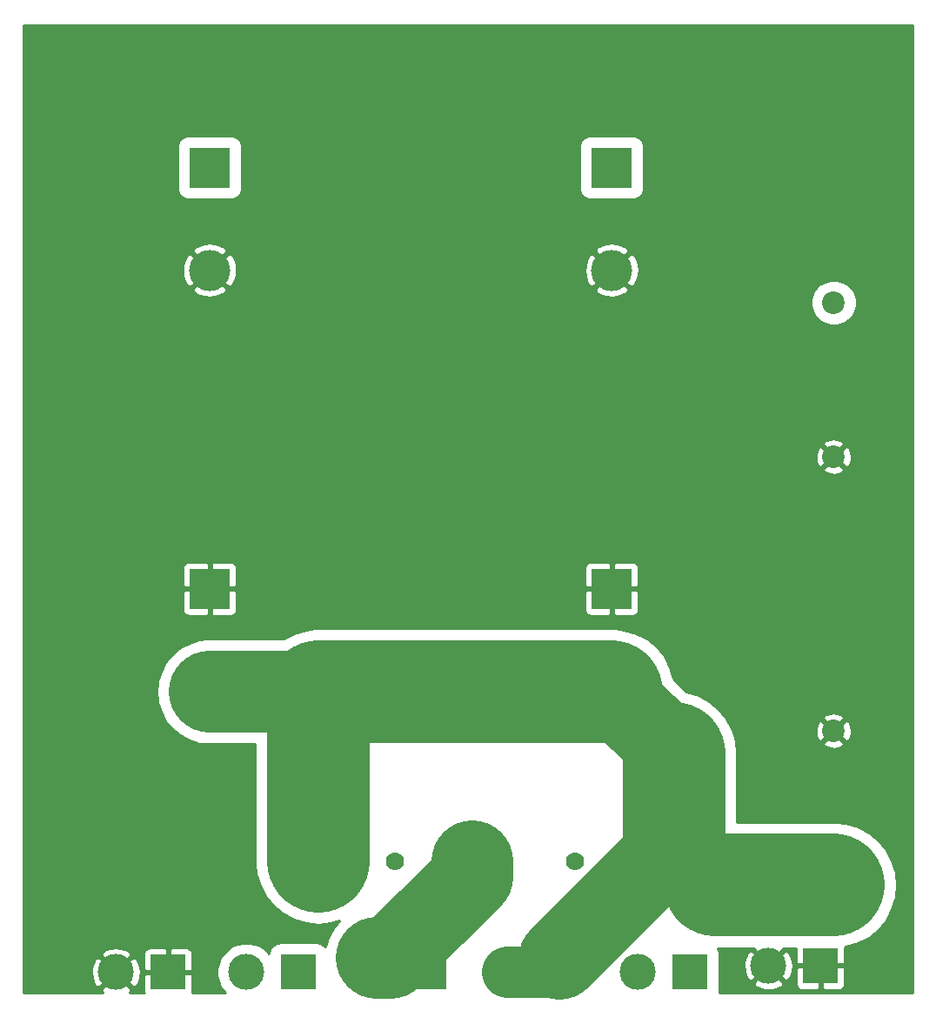
<source format=gbl>
G04 #@! TF.GenerationSoftware,KiCad,Pcbnew,(5.1.6)-1*
G04 #@! TF.CreationDate,2020-08-29T10:58:44-03:00*
G04 #@! TF.ProjectId,fontes2,666f6e74-6573-4322-9e6b-696361645f70,rev?*
G04 #@! TF.SameCoordinates,Original*
G04 #@! TF.FileFunction,Copper,L2,Bot*
G04 #@! TF.FilePolarity,Positive*
%FSLAX46Y46*%
G04 Gerber Fmt 4.6, Leading zero omitted, Abs format (unit mm)*
G04 Created by KiCad (PCBNEW (5.1.6)-1) date 2020-08-29 10:58:44*
%MOMM*%
%LPD*%
G01*
G04 APERTURE LIST*
G04 #@! TA.AperFunction,ComponentPad*
%ADD10C,2.200000*%
G04 #@! TD*
G04 #@! TA.AperFunction,ComponentPad*
%ADD11C,3.500120*%
G04 #@! TD*
G04 #@! TA.AperFunction,ComponentPad*
%ADD12R,3.500120X3.500120*%
G04 #@! TD*
G04 #@! TA.AperFunction,ComponentPad*
%ADD13C,1.778000*%
G04 #@! TD*
G04 #@! TA.AperFunction,ComponentPad*
%ADD14C,4.000000*%
G04 #@! TD*
G04 #@! TA.AperFunction,ComponentPad*
%ADD15R,4.000000X4.000000*%
G04 #@! TD*
G04 #@! TA.AperFunction,ViaPad*
%ADD16C,4.000000*%
G04 #@! TD*
G04 #@! TA.AperFunction,Conductor*
%ADD17C,10.000000*%
G04 #@! TD*
G04 #@! TA.AperFunction,Conductor*
%ADD18C,8.000000*%
G04 #@! TD*
G04 #@! TA.AperFunction,Conductor*
%ADD19C,5.000000*%
G04 #@! TD*
G04 #@! TA.AperFunction,Conductor*
%ADD20C,3.500000*%
G04 #@! TD*
G04 #@! TA.AperFunction,Conductor*
%ADD21C,0.254000*%
G04 #@! TD*
G04 APERTURE END LIST*
D10*
X172720000Y-98820000D03*
X172720000Y-83820000D03*
X172720000Y-57150000D03*
X172720000Y-42150000D03*
D11*
X140970000Y-107315000D03*
D12*
X146050000Y-107315000D03*
D11*
X166370000Y-106680000D03*
D12*
X171450000Y-106680000D03*
D11*
X153670000Y-107315000D03*
D12*
X158750000Y-107315000D03*
D11*
X102870000Y-107315000D03*
D12*
X107950000Y-107315000D03*
D11*
X128270000Y-107315000D03*
D12*
X133350000Y-107315000D03*
D11*
X115570000Y-107315000D03*
D12*
X120650000Y-107315000D03*
D13*
X122555000Y-96520000D03*
X130048000Y-96520000D03*
X137541000Y-96520000D03*
X147574000Y-96520000D03*
D14*
X151130000Y-80000000D03*
D15*
X151130000Y-70000000D03*
D14*
X151130000Y-39000000D03*
D15*
X151130000Y-29000000D03*
D14*
X112000000Y-80000000D03*
D15*
X112000000Y-70000000D03*
D14*
X112000000Y-39000000D03*
D15*
X112000000Y-29000000D03*
D16*
X178435000Y-107315000D03*
X178435000Y-17145000D03*
X95885000Y-17145000D03*
X95885000Y-107315000D03*
D17*
X122555000Y-80000000D02*
X151130000Y-80000000D01*
D18*
X112000000Y-80000000D02*
X122555000Y-80000000D01*
D17*
X122555000Y-80000000D02*
X122555000Y-96520000D01*
D19*
X140970000Y-107315000D02*
X146050000Y-107315000D01*
D18*
X157182600Y-94847000D02*
X146050000Y-105979600D01*
D17*
X172720000Y-98820000D02*
X161155600Y-98820000D01*
D18*
X161155600Y-98820000D02*
X157182600Y-94847000D01*
D17*
X157182600Y-94847000D02*
X157182600Y-86052600D01*
D18*
X157182600Y-86052600D02*
X151130000Y-80000000D01*
D20*
X146050000Y-105979600D02*
X146050000Y-107315000D01*
D18*
X129645010Y-105939990D02*
X128270000Y-105939990D01*
X137541000Y-96520000D02*
X137541000Y-98044000D01*
X137541000Y-98044000D02*
X129645010Y-105939990D01*
D21*
G36*
X180433001Y-109313000D02*
G01*
X161602560Y-109313000D01*
X161610753Y-109285991D01*
X161632513Y-109065060D01*
X161632513Y-108349651D01*
X164879954Y-108349651D01*
X165066039Y-108690815D01*
X165483384Y-108906568D01*
X165934802Y-109036755D01*
X166402944Y-109076374D01*
X166869821Y-109023901D01*
X167317489Y-108881354D01*
X167673961Y-108690815D01*
X167816187Y-108430060D01*
X169061868Y-108430060D01*
X169074128Y-108554542D01*
X169110438Y-108674240D01*
X169169403Y-108784554D01*
X169248755Y-108881245D01*
X169345446Y-108960597D01*
X169455760Y-109019562D01*
X169575458Y-109055872D01*
X169699940Y-109068132D01*
X171164250Y-109065060D01*
X171323000Y-108906310D01*
X171323000Y-106807000D01*
X171577000Y-106807000D01*
X171577000Y-108906310D01*
X171735750Y-109065060D01*
X173200060Y-109068132D01*
X173324542Y-109055872D01*
X173444240Y-109019562D01*
X173554554Y-108960597D01*
X173651245Y-108881245D01*
X173730597Y-108784554D01*
X173789562Y-108674240D01*
X173825872Y-108554542D01*
X173838132Y-108430060D01*
X173835060Y-106965750D01*
X173676310Y-106807000D01*
X171577000Y-106807000D01*
X171323000Y-106807000D01*
X169223690Y-106807000D01*
X169064940Y-106965750D01*
X169061868Y-108430060D01*
X167816187Y-108430060D01*
X167860046Y-108349651D01*
X166370000Y-106859605D01*
X164879954Y-108349651D01*
X161632513Y-108349651D01*
X161632513Y-106712944D01*
X163973626Y-106712944D01*
X164026099Y-107179821D01*
X164168646Y-107627489D01*
X164359185Y-107983961D01*
X164700349Y-108170046D01*
X166190395Y-106680000D01*
X166549605Y-106680000D01*
X168039651Y-108170046D01*
X168380815Y-107983961D01*
X168596568Y-107566616D01*
X168726755Y-107115198D01*
X168766374Y-106647056D01*
X168713901Y-106180179D01*
X168571354Y-105732511D01*
X168380815Y-105376039D01*
X168039651Y-105189954D01*
X166549605Y-106680000D01*
X166190395Y-106680000D01*
X164700349Y-105189954D01*
X164359185Y-105376039D01*
X164143432Y-105793384D01*
X164013245Y-106244802D01*
X163973626Y-106712944D01*
X161632513Y-106712944D01*
X161632513Y-105564940D01*
X161610753Y-105344009D01*
X161546310Y-105131569D01*
X161447656Y-104947000D01*
X164914507Y-104947000D01*
X164879954Y-105010349D01*
X166370000Y-106500395D01*
X167860046Y-105010349D01*
X167825493Y-104947000D01*
X169061904Y-104947000D01*
X169064940Y-106394250D01*
X169223690Y-106553000D01*
X171323000Y-106553000D01*
X171323000Y-106533000D01*
X171577000Y-106533000D01*
X171577000Y-106553000D01*
X173676310Y-106553000D01*
X173835060Y-106394250D01*
X173838132Y-104929940D01*
X173831946Y-104867128D01*
X173921102Y-104858347D01*
X175076046Y-104507998D01*
X176140449Y-103939063D01*
X177073405Y-103173405D01*
X177839063Y-102240449D01*
X178407998Y-101176046D01*
X178758347Y-100021102D01*
X178876645Y-98820000D01*
X178758347Y-97618898D01*
X178407998Y-96463954D01*
X177839063Y-95399551D01*
X177073405Y-94466595D01*
X176140449Y-93700937D01*
X175076046Y-93132002D01*
X173921102Y-92781653D01*
X173020991Y-92693000D01*
X163309600Y-92693000D01*
X163309600Y-85751609D01*
X163238205Y-85026712D01*
X171692893Y-85026712D01*
X171800726Y-85301338D01*
X172107384Y-85452216D01*
X172437585Y-85540369D01*
X172778639Y-85562409D01*
X173117439Y-85517489D01*
X173440966Y-85407336D01*
X173639274Y-85301338D01*
X173747107Y-85026712D01*
X172720000Y-83999605D01*
X171692893Y-85026712D01*
X163238205Y-85026712D01*
X163220947Y-84851498D01*
X162925833Y-83878639D01*
X170977591Y-83878639D01*
X171022511Y-84217439D01*
X171132664Y-84540966D01*
X171238662Y-84739274D01*
X171513288Y-84847107D01*
X172540395Y-83820000D01*
X172899605Y-83820000D01*
X173926712Y-84847107D01*
X174201338Y-84739274D01*
X174352216Y-84432616D01*
X174440369Y-84102415D01*
X174462409Y-83761361D01*
X174417489Y-83422561D01*
X174307336Y-83099034D01*
X174201338Y-82900726D01*
X173926712Y-82792893D01*
X172899605Y-83820000D01*
X172540395Y-83820000D01*
X171513288Y-82792893D01*
X171238662Y-82900726D01*
X171087784Y-83207384D01*
X170999631Y-83537585D01*
X170977591Y-83878639D01*
X162925833Y-83878639D01*
X162870598Y-83696554D01*
X162301663Y-82632151D01*
X162286183Y-82613288D01*
X171692893Y-82613288D01*
X172720000Y-83640395D01*
X173747107Y-82613288D01*
X173639274Y-82338662D01*
X173332616Y-82187784D01*
X173002415Y-82099631D01*
X172661361Y-82077591D01*
X172322561Y-82122511D01*
X171999034Y-82232664D01*
X171800726Y-82338662D01*
X171692893Y-82613288D01*
X162286183Y-82613288D01*
X161536005Y-81699195D01*
X160603049Y-80933537D01*
X159538646Y-80364602D01*
X158399813Y-80019140D01*
X157163460Y-78782788D01*
X156817998Y-77643954D01*
X156249063Y-76579551D01*
X155483405Y-75646595D01*
X154550449Y-74880937D01*
X153486046Y-74312002D01*
X152331102Y-73961653D01*
X151430991Y-73873000D01*
X122855991Y-73873000D01*
X122555000Y-73843355D01*
X122254009Y-73873000D01*
X121353898Y-73961653D01*
X120198954Y-74312002D01*
X119149400Y-74873000D01*
X111748131Y-74873000D01*
X110994932Y-74947184D01*
X110028489Y-75240351D01*
X109137809Y-75716429D01*
X108357122Y-76357122D01*
X107716429Y-77137809D01*
X107240351Y-78028489D01*
X106947184Y-78994932D01*
X106848193Y-80000000D01*
X106947184Y-81005068D01*
X107240351Y-81971511D01*
X107716429Y-82862191D01*
X108357122Y-83642878D01*
X109137809Y-84283571D01*
X110028489Y-84759649D01*
X110994932Y-85052816D01*
X111748131Y-85127000D01*
X116428000Y-85127000D01*
X116428001Y-96820991D01*
X116516654Y-97721102D01*
X116867003Y-98876046D01*
X117435938Y-99940449D01*
X118201596Y-100873405D01*
X119134552Y-101639063D01*
X120198955Y-102207998D01*
X121353899Y-102558347D01*
X122555000Y-102676645D01*
X123756102Y-102558347D01*
X124632895Y-102292374D01*
X124627122Y-102297112D01*
X123986429Y-103077799D01*
X123510351Y-103968479D01*
X123250586Y-104824809D01*
X123200825Y-104764175D01*
X123029217Y-104623340D01*
X122833431Y-104518690D01*
X122620991Y-104454247D01*
X122400060Y-104432487D01*
X118899940Y-104432487D01*
X118679009Y-104454247D01*
X118466569Y-104518690D01*
X118270783Y-104623340D01*
X118099175Y-104764175D01*
X117958340Y-104935783D01*
X117853690Y-105131569D01*
X117789247Y-105344009D01*
X117778357Y-105454579D01*
X117404019Y-105080241D01*
X116932799Y-104765382D01*
X116409207Y-104548504D01*
X115853366Y-104437940D01*
X115286634Y-104437940D01*
X114730793Y-104548504D01*
X114207201Y-104765382D01*
X113735981Y-105080241D01*
X113335241Y-105480981D01*
X113020382Y-105952201D01*
X112803504Y-106475793D01*
X112692940Y-107031634D01*
X112692940Y-107598366D01*
X112803504Y-108154207D01*
X113020382Y-108677799D01*
X113335241Y-109149019D01*
X113499222Y-109313000D01*
X110287552Y-109313000D01*
X110289562Y-109309240D01*
X110325872Y-109189542D01*
X110338132Y-109065060D01*
X110335060Y-107600750D01*
X110176310Y-107442000D01*
X108077000Y-107442000D01*
X108077000Y-107462000D01*
X107823000Y-107462000D01*
X107823000Y-107442000D01*
X105723690Y-107442000D01*
X105564940Y-107600750D01*
X105561868Y-109065060D01*
X105574128Y-109189542D01*
X105610438Y-109309240D01*
X105612448Y-109313000D01*
X104180951Y-109313000D01*
X104360046Y-108984651D01*
X102870000Y-107494605D01*
X101379954Y-108984651D01*
X101559049Y-109313000D01*
X93887000Y-109313000D01*
X93887000Y-107347944D01*
X100473626Y-107347944D01*
X100526099Y-107814821D01*
X100668646Y-108262489D01*
X100859185Y-108618961D01*
X101200349Y-108805046D01*
X102690395Y-107315000D01*
X103049605Y-107315000D01*
X104539651Y-108805046D01*
X104880815Y-108618961D01*
X105096568Y-108201616D01*
X105226755Y-107750198D01*
X105266374Y-107282056D01*
X105213901Y-106815179D01*
X105071354Y-106367511D01*
X104880815Y-106011039D01*
X104539651Y-105824954D01*
X103049605Y-107315000D01*
X102690395Y-107315000D01*
X101200349Y-105824954D01*
X100859185Y-106011039D01*
X100643432Y-106428384D01*
X100513245Y-106879802D01*
X100473626Y-107347944D01*
X93887000Y-107347944D01*
X93887000Y-105645349D01*
X101379954Y-105645349D01*
X102870000Y-107135395D01*
X104360046Y-105645349D01*
X104316188Y-105564940D01*
X105561868Y-105564940D01*
X105564940Y-107029250D01*
X105723690Y-107188000D01*
X107823000Y-107188000D01*
X107823000Y-105088690D01*
X108077000Y-105088690D01*
X108077000Y-107188000D01*
X110176310Y-107188000D01*
X110335060Y-107029250D01*
X110338132Y-105564940D01*
X110325872Y-105440458D01*
X110289562Y-105320760D01*
X110230597Y-105210446D01*
X110151245Y-105113755D01*
X110054554Y-105034403D01*
X109944240Y-104975438D01*
X109824542Y-104939128D01*
X109700060Y-104926868D01*
X108235750Y-104929940D01*
X108077000Y-105088690D01*
X107823000Y-105088690D01*
X107664250Y-104929940D01*
X106199940Y-104926868D01*
X106075458Y-104939128D01*
X105955760Y-104975438D01*
X105845446Y-105034403D01*
X105748755Y-105113755D01*
X105669403Y-105210446D01*
X105610438Y-105320760D01*
X105574128Y-105440458D01*
X105561868Y-105564940D01*
X104316188Y-105564940D01*
X104173961Y-105304185D01*
X103756616Y-105088432D01*
X103305198Y-104958245D01*
X102837056Y-104918626D01*
X102370179Y-104971099D01*
X101922511Y-105113646D01*
X101566039Y-105304185D01*
X101379954Y-105645349D01*
X93887000Y-105645349D01*
X93887000Y-72000000D01*
X109361928Y-72000000D01*
X109374188Y-72124482D01*
X109410498Y-72244180D01*
X109469463Y-72354494D01*
X109548815Y-72451185D01*
X109645506Y-72530537D01*
X109755820Y-72589502D01*
X109875518Y-72625812D01*
X110000000Y-72638072D01*
X111714250Y-72635000D01*
X111873000Y-72476250D01*
X111873000Y-70127000D01*
X112127000Y-70127000D01*
X112127000Y-72476250D01*
X112285750Y-72635000D01*
X114000000Y-72638072D01*
X114124482Y-72625812D01*
X114244180Y-72589502D01*
X114354494Y-72530537D01*
X114451185Y-72451185D01*
X114530537Y-72354494D01*
X114589502Y-72244180D01*
X114625812Y-72124482D01*
X114638072Y-72000000D01*
X148491928Y-72000000D01*
X148504188Y-72124482D01*
X148540498Y-72244180D01*
X148599463Y-72354494D01*
X148678815Y-72451185D01*
X148775506Y-72530537D01*
X148885820Y-72589502D01*
X149005518Y-72625812D01*
X149130000Y-72638072D01*
X150844250Y-72635000D01*
X151003000Y-72476250D01*
X151003000Y-70127000D01*
X151257000Y-70127000D01*
X151257000Y-72476250D01*
X151415750Y-72635000D01*
X153130000Y-72638072D01*
X153254482Y-72625812D01*
X153374180Y-72589502D01*
X153484494Y-72530537D01*
X153581185Y-72451185D01*
X153660537Y-72354494D01*
X153719502Y-72244180D01*
X153755812Y-72124482D01*
X153768072Y-72000000D01*
X153765000Y-70285750D01*
X153606250Y-70127000D01*
X151257000Y-70127000D01*
X151003000Y-70127000D01*
X148653750Y-70127000D01*
X148495000Y-70285750D01*
X148491928Y-72000000D01*
X114638072Y-72000000D01*
X114635000Y-70285750D01*
X114476250Y-70127000D01*
X112127000Y-70127000D01*
X111873000Y-70127000D01*
X109523750Y-70127000D01*
X109365000Y-70285750D01*
X109361928Y-72000000D01*
X93887000Y-72000000D01*
X93887000Y-68000000D01*
X109361928Y-68000000D01*
X109365000Y-69714250D01*
X109523750Y-69873000D01*
X111873000Y-69873000D01*
X111873000Y-67523750D01*
X112127000Y-67523750D01*
X112127000Y-69873000D01*
X114476250Y-69873000D01*
X114635000Y-69714250D01*
X114638072Y-68000000D01*
X148491928Y-68000000D01*
X148495000Y-69714250D01*
X148653750Y-69873000D01*
X151003000Y-69873000D01*
X151003000Y-67523750D01*
X151257000Y-67523750D01*
X151257000Y-69873000D01*
X153606250Y-69873000D01*
X153765000Y-69714250D01*
X153768072Y-68000000D01*
X153755812Y-67875518D01*
X153719502Y-67755820D01*
X153660537Y-67645506D01*
X153581185Y-67548815D01*
X153484494Y-67469463D01*
X153374180Y-67410498D01*
X153254482Y-67374188D01*
X153130000Y-67361928D01*
X151415750Y-67365000D01*
X151257000Y-67523750D01*
X151003000Y-67523750D01*
X150844250Y-67365000D01*
X149130000Y-67361928D01*
X149005518Y-67374188D01*
X148885820Y-67410498D01*
X148775506Y-67469463D01*
X148678815Y-67548815D01*
X148599463Y-67645506D01*
X148540498Y-67755820D01*
X148504188Y-67875518D01*
X148491928Y-68000000D01*
X114638072Y-68000000D01*
X114625812Y-67875518D01*
X114589502Y-67755820D01*
X114530537Y-67645506D01*
X114451185Y-67548815D01*
X114354494Y-67469463D01*
X114244180Y-67410498D01*
X114124482Y-67374188D01*
X114000000Y-67361928D01*
X112285750Y-67365000D01*
X112127000Y-67523750D01*
X111873000Y-67523750D01*
X111714250Y-67365000D01*
X110000000Y-67361928D01*
X109875518Y-67374188D01*
X109755820Y-67410498D01*
X109645506Y-67469463D01*
X109548815Y-67548815D01*
X109469463Y-67645506D01*
X109410498Y-67755820D01*
X109374188Y-67875518D01*
X109361928Y-68000000D01*
X93887000Y-68000000D01*
X93887000Y-58356712D01*
X171692893Y-58356712D01*
X171800726Y-58631338D01*
X172107384Y-58782216D01*
X172437585Y-58870369D01*
X172778639Y-58892409D01*
X173117439Y-58847489D01*
X173440966Y-58737336D01*
X173639274Y-58631338D01*
X173747107Y-58356712D01*
X172720000Y-57329605D01*
X171692893Y-58356712D01*
X93887000Y-58356712D01*
X93887000Y-57208639D01*
X170977591Y-57208639D01*
X171022511Y-57547439D01*
X171132664Y-57870966D01*
X171238662Y-58069274D01*
X171513288Y-58177107D01*
X172540395Y-57150000D01*
X172899605Y-57150000D01*
X173926712Y-58177107D01*
X174201338Y-58069274D01*
X174352216Y-57762616D01*
X174440369Y-57432415D01*
X174462409Y-57091361D01*
X174417489Y-56752561D01*
X174307336Y-56429034D01*
X174201338Y-56230726D01*
X173926712Y-56122893D01*
X172899605Y-57150000D01*
X172540395Y-57150000D01*
X171513288Y-56122893D01*
X171238662Y-56230726D01*
X171087784Y-56537384D01*
X170999631Y-56867585D01*
X170977591Y-57208639D01*
X93887000Y-57208639D01*
X93887000Y-55943288D01*
X171692893Y-55943288D01*
X172720000Y-56970395D01*
X173747107Y-55943288D01*
X173639274Y-55668662D01*
X173332616Y-55517784D01*
X173002415Y-55429631D01*
X172661361Y-55407591D01*
X172322561Y-55452511D01*
X171999034Y-55562664D01*
X171800726Y-55668662D01*
X171692893Y-55943288D01*
X93887000Y-55943288D01*
X93887000Y-41930660D01*
X170493000Y-41930660D01*
X170493000Y-42369340D01*
X170578582Y-42799592D01*
X170746458Y-43204880D01*
X170990176Y-43569630D01*
X171300370Y-43879824D01*
X171665120Y-44123542D01*
X172070408Y-44291418D01*
X172500660Y-44377000D01*
X172939340Y-44377000D01*
X173369592Y-44291418D01*
X173774880Y-44123542D01*
X174139630Y-43879824D01*
X174449824Y-43569630D01*
X174693542Y-43204880D01*
X174861418Y-42799592D01*
X174947000Y-42369340D01*
X174947000Y-41930660D01*
X174861418Y-41500408D01*
X174693542Y-41095120D01*
X174449824Y-40730370D01*
X174139630Y-40420176D01*
X173774880Y-40176458D01*
X173369592Y-40008582D01*
X172939340Y-39923000D01*
X172500660Y-39923000D01*
X172070408Y-40008582D01*
X171665120Y-40176458D01*
X171300370Y-40420176D01*
X170990176Y-40730370D01*
X170746458Y-41095120D01*
X170578582Y-41500408D01*
X170493000Y-41930660D01*
X93887000Y-41930660D01*
X93887000Y-40847499D01*
X110332106Y-40847499D01*
X110548228Y-41214258D01*
X111008105Y-41454938D01*
X111506098Y-41601275D01*
X112023071Y-41647648D01*
X112539159Y-41592273D01*
X113034526Y-41437279D01*
X113451772Y-41214258D01*
X113667894Y-40847499D01*
X149462106Y-40847499D01*
X149678228Y-41214258D01*
X150138105Y-41454938D01*
X150636098Y-41601275D01*
X151153071Y-41647648D01*
X151669159Y-41592273D01*
X152164526Y-41437279D01*
X152581772Y-41214258D01*
X152797894Y-40847499D01*
X151130000Y-39179605D01*
X149462106Y-40847499D01*
X113667894Y-40847499D01*
X112000000Y-39179605D01*
X110332106Y-40847499D01*
X93887000Y-40847499D01*
X93887000Y-39023071D01*
X109352352Y-39023071D01*
X109407727Y-39539159D01*
X109562721Y-40034526D01*
X109785742Y-40451772D01*
X110152501Y-40667894D01*
X111820395Y-39000000D01*
X112179605Y-39000000D01*
X113847499Y-40667894D01*
X114214258Y-40451772D01*
X114454938Y-39991895D01*
X114601275Y-39493902D01*
X114643509Y-39023071D01*
X148482352Y-39023071D01*
X148537727Y-39539159D01*
X148692721Y-40034526D01*
X148915742Y-40451772D01*
X149282501Y-40667894D01*
X150950395Y-39000000D01*
X151309605Y-39000000D01*
X152977499Y-40667894D01*
X153344258Y-40451772D01*
X153584938Y-39991895D01*
X153731275Y-39493902D01*
X153777648Y-38976929D01*
X153722273Y-38460841D01*
X153567279Y-37965474D01*
X153344258Y-37548228D01*
X152977499Y-37332106D01*
X151309605Y-39000000D01*
X150950395Y-39000000D01*
X149282501Y-37332106D01*
X148915742Y-37548228D01*
X148675062Y-38008105D01*
X148528725Y-38506098D01*
X148482352Y-39023071D01*
X114643509Y-39023071D01*
X114647648Y-38976929D01*
X114592273Y-38460841D01*
X114437279Y-37965474D01*
X114214258Y-37548228D01*
X113847499Y-37332106D01*
X112179605Y-39000000D01*
X111820395Y-39000000D01*
X110152501Y-37332106D01*
X109785742Y-37548228D01*
X109545062Y-38008105D01*
X109398725Y-38506098D01*
X109352352Y-39023071D01*
X93887000Y-39023071D01*
X93887000Y-37152501D01*
X110332106Y-37152501D01*
X112000000Y-38820395D01*
X113667894Y-37152501D01*
X149462106Y-37152501D01*
X151130000Y-38820395D01*
X152797894Y-37152501D01*
X152581772Y-36785742D01*
X152121895Y-36545062D01*
X151623902Y-36398725D01*
X151106929Y-36352352D01*
X150590841Y-36407727D01*
X150095474Y-36562721D01*
X149678228Y-36785742D01*
X149462106Y-37152501D01*
X113667894Y-37152501D01*
X113451772Y-36785742D01*
X112991895Y-36545062D01*
X112493902Y-36398725D01*
X111976929Y-36352352D01*
X111460841Y-36407727D01*
X110965474Y-36562721D01*
X110548228Y-36785742D01*
X110332106Y-37152501D01*
X93887000Y-37152501D01*
X93887000Y-27000000D01*
X108867547Y-27000000D01*
X108867547Y-31000000D01*
X108889307Y-31220931D01*
X108953750Y-31433371D01*
X109058400Y-31629157D01*
X109199235Y-31800765D01*
X109370843Y-31941600D01*
X109566629Y-32046250D01*
X109779069Y-32110693D01*
X110000000Y-32132453D01*
X114000000Y-32132453D01*
X114220931Y-32110693D01*
X114433371Y-32046250D01*
X114629157Y-31941600D01*
X114800765Y-31800765D01*
X114941600Y-31629157D01*
X115046250Y-31433371D01*
X115110693Y-31220931D01*
X115132453Y-31000000D01*
X115132453Y-27000000D01*
X147997547Y-27000000D01*
X147997547Y-31000000D01*
X148019307Y-31220931D01*
X148083750Y-31433371D01*
X148188400Y-31629157D01*
X148329235Y-31800765D01*
X148500843Y-31941600D01*
X148696629Y-32046250D01*
X148909069Y-32110693D01*
X149130000Y-32132453D01*
X153130000Y-32132453D01*
X153350931Y-32110693D01*
X153563371Y-32046250D01*
X153759157Y-31941600D01*
X153930765Y-31800765D01*
X154071600Y-31629157D01*
X154176250Y-31433371D01*
X154240693Y-31220931D01*
X154262453Y-31000000D01*
X154262453Y-27000000D01*
X154240693Y-26779069D01*
X154176250Y-26566629D01*
X154071600Y-26370843D01*
X153930765Y-26199235D01*
X153759157Y-26058400D01*
X153563371Y-25953750D01*
X153350931Y-25889307D01*
X153130000Y-25867547D01*
X149130000Y-25867547D01*
X148909069Y-25889307D01*
X148696629Y-25953750D01*
X148500843Y-26058400D01*
X148329235Y-26199235D01*
X148188400Y-26370843D01*
X148083750Y-26566629D01*
X148019307Y-26779069D01*
X147997547Y-27000000D01*
X115132453Y-27000000D01*
X115110693Y-26779069D01*
X115046250Y-26566629D01*
X114941600Y-26370843D01*
X114800765Y-26199235D01*
X114629157Y-26058400D01*
X114433371Y-25953750D01*
X114220931Y-25889307D01*
X114000000Y-25867547D01*
X110000000Y-25867547D01*
X109779069Y-25889307D01*
X109566629Y-25953750D01*
X109370843Y-26058400D01*
X109199235Y-26199235D01*
X109058400Y-26370843D01*
X108953750Y-26566629D01*
X108889307Y-26779069D01*
X108867547Y-27000000D01*
X93887000Y-27000000D01*
X93887000Y-15147000D01*
X180433000Y-15147000D01*
X180433001Y-109313000D01*
G37*
X180433001Y-109313000D02*
X161602560Y-109313000D01*
X161610753Y-109285991D01*
X161632513Y-109065060D01*
X161632513Y-108349651D01*
X164879954Y-108349651D01*
X165066039Y-108690815D01*
X165483384Y-108906568D01*
X165934802Y-109036755D01*
X166402944Y-109076374D01*
X166869821Y-109023901D01*
X167317489Y-108881354D01*
X167673961Y-108690815D01*
X167816187Y-108430060D01*
X169061868Y-108430060D01*
X169074128Y-108554542D01*
X169110438Y-108674240D01*
X169169403Y-108784554D01*
X169248755Y-108881245D01*
X169345446Y-108960597D01*
X169455760Y-109019562D01*
X169575458Y-109055872D01*
X169699940Y-109068132D01*
X171164250Y-109065060D01*
X171323000Y-108906310D01*
X171323000Y-106807000D01*
X171577000Y-106807000D01*
X171577000Y-108906310D01*
X171735750Y-109065060D01*
X173200060Y-109068132D01*
X173324542Y-109055872D01*
X173444240Y-109019562D01*
X173554554Y-108960597D01*
X173651245Y-108881245D01*
X173730597Y-108784554D01*
X173789562Y-108674240D01*
X173825872Y-108554542D01*
X173838132Y-108430060D01*
X173835060Y-106965750D01*
X173676310Y-106807000D01*
X171577000Y-106807000D01*
X171323000Y-106807000D01*
X169223690Y-106807000D01*
X169064940Y-106965750D01*
X169061868Y-108430060D01*
X167816187Y-108430060D01*
X167860046Y-108349651D01*
X166370000Y-106859605D01*
X164879954Y-108349651D01*
X161632513Y-108349651D01*
X161632513Y-106712944D01*
X163973626Y-106712944D01*
X164026099Y-107179821D01*
X164168646Y-107627489D01*
X164359185Y-107983961D01*
X164700349Y-108170046D01*
X166190395Y-106680000D01*
X166549605Y-106680000D01*
X168039651Y-108170046D01*
X168380815Y-107983961D01*
X168596568Y-107566616D01*
X168726755Y-107115198D01*
X168766374Y-106647056D01*
X168713901Y-106180179D01*
X168571354Y-105732511D01*
X168380815Y-105376039D01*
X168039651Y-105189954D01*
X166549605Y-106680000D01*
X166190395Y-106680000D01*
X164700349Y-105189954D01*
X164359185Y-105376039D01*
X164143432Y-105793384D01*
X164013245Y-106244802D01*
X163973626Y-106712944D01*
X161632513Y-106712944D01*
X161632513Y-105564940D01*
X161610753Y-105344009D01*
X161546310Y-105131569D01*
X161447656Y-104947000D01*
X164914507Y-104947000D01*
X164879954Y-105010349D01*
X166370000Y-106500395D01*
X167860046Y-105010349D01*
X167825493Y-104947000D01*
X169061904Y-104947000D01*
X169064940Y-106394250D01*
X169223690Y-106553000D01*
X171323000Y-106553000D01*
X171323000Y-106533000D01*
X171577000Y-106533000D01*
X171577000Y-106553000D01*
X173676310Y-106553000D01*
X173835060Y-106394250D01*
X173838132Y-104929940D01*
X173831946Y-104867128D01*
X173921102Y-104858347D01*
X175076046Y-104507998D01*
X176140449Y-103939063D01*
X177073405Y-103173405D01*
X177839063Y-102240449D01*
X178407998Y-101176046D01*
X178758347Y-100021102D01*
X178876645Y-98820000D01*
X178758347Y-97618898D01*
X178407998Y-96463954D01*
X177839063Y-95399551D01*
X177073405Y-94466595D01*
X176140449Y-93700937D01*
X175076046Y-93132002D01*
X173921102Y-92781653D01*
X173020991Y-92693000D01*
X163309600Y-92693000D01*
X163309600Y-85751609D01*
X163238205Y-85026712D01*
X171692893Y-85026712D01*
X171800726Y-85301338D01*
X172107384Y-85452216D01*
X172437585Y-85540369D01*
X172778639Y-85562409D01*
X173117439Y-85517489D01*
X173440966Y-85407336D01*
X173639274Y-85301338D01*
X173747107Y-85026712D01*
X172720000Y-83999605D01*
X171692893Y-85026712D01*
X163238205Y-85026712D01*
X163220947Y-84851498D01*
X162925833Y-83878639D01*
X170977591Y-83878639D01*
X171022511Y-84217439D01*
X171132664Y-84540966D01*
X171238662Y-84739274D01*
X171513288Y-84847107D01*
X172540395Y-83820000D01*
X172899605Y-83820000D01*
X173926712Y-84847107D01*
X174201338Y-84739274D01*
X174352216Y-84432616D01*
X174440369Y-84102415D01*
X174462409Y-83761361D01*
X174417489Y-83422561D01*
X174307336Y-83099034D01*
X174201338Y-82900726D01*
X173926712Y-82792893D01*
X172899605Y-83820000D01*
X172540395Y-83820000D01*
X171513288Y-82792893D01*
X171238662Y-82900726D01*
X171087784Y-83207384D01*
X170999631Y-83537585D01*
X170977591Y-83878639D01*
X162925833Y-83878639D01*
X162870598Y-83696554D01*
X162301663Y-82632151D01*
X162286183Y-82613288D01*
X171692893Y-82613288D01*
X172720000Y-83640395D01*
X173747107Y-82613288D01*
X173639274Y-82338662D01*
X173332616Y-82187784D01*
X173002415Y-82099631D01*
X172661361Y-82077591D01*
X172322561Y-82122511D01*
X171999034Y-82232664D01*
X171800726Y-82338662D01*
X171692893Y-82613288D01*
X162286183Y-82613288D01*
X161536005Y-81699195D01*
X160603049Y-80933537D01*
X159538646Y-80364602D01*
X158399813Y-80019140D01*
X157163460Y-78782788D01*
X156817998Y-77643954D01*
X156249063Y-76579551D01*
X155483405Y-75646595D01*
X154550449Y-74880937D01*
X153486046Y-74312002D01*
X152331102Y-73961653D01*
X151430991Y-73873000D01*
X122855991Y-73873000D01*
X122555000Y-73843355D01*
X122254009Y-73873000D01*
X121353898Y-73961653D01*
X120198954Y-74312002D01*
X119149400Y-74873000D01*
X111748131Y-74873000D01*
X110994932Y-74947184D01*
X110028489Y-75240351D01*
X109137809Y-75716429D01*
X108357122Y-76357122D01*
X107716429Y-77137809D01*
X107240351Y-78028489D01*
X106947184Y-78994932D01*
X106848193Y-80000000D01*
X106947184Y-81005068D01*
X107240351Y-81971511D01*
X107716429Y-82862191D01*
X108357122Y-83642878D01*
X109137809Y-84283571D01*
X110028489Y-84759649D01*
X110994932Y-85052816D01*
X111748131Y-85127000D01*
X116428000Y-85127000D01*
X116428001Y-96820991D01*
X116516654Y-97721102D01*
X116867003Y-98876046D01*
X117435938Y-99940449D01*
X118201596Y-100873405D01*
X119134552Y-101639063D01*
X120198955Y-102207998D01*
X121353899Y-102558347D01*
X122555000Y-102676645D01*
X123756102Y-102558347D01*
X124632895Y-102292374D01*
X124627122Y-102297112D01*
X123986429Y-103077799D01*
X123510351Y-103968479D01*
X123250586Y-104824809D01*
X123200825Y-104764175D01*
X123029217Y-104623340D01*
X122833431Y-104518690D01*
X122620991Y-104454247D01*
X122400060Y-104432487D01*
X118899940Y-104432487D01*
X118679009Y-104454247D01*
X118466569Y-104518690D01*
X118270783Y-104623340D01*
X118099175Y-104764175D01*
X117958340Y-104935783D01*
X117853690Y-105131569D01*
X117789247Y-105344009D01*
X117778357Y-105454579D01*
X117404019Y-105080241D01*
X116932799Y-104765382D01*
X116409207Y-104548504D01*
X115853366Y-104437940D01*
X115286634Y-104437940D01*
X114730793Y-104548504D01*
X114207201Y-104765382D01*
X113735981Y-105080241D01*
X113335241Y-105480981D01*
X113020382Y-105952201D01*
X112803504Y-106475793D01*
X112692940Y-107031634D01*
X112692940Y-107598366D01*
X112803504Y-108154207D01*
X113020382Y-108677799D01*
X113335241Y-109149019D01*
X113499222Y-109313000D01*
X110287552Y-109313000D01*
X110289562Y-109309240D01*
X110325872Y-109189542D01*
X110338132Y-109065060D01*
X110335060Y-107600750D01*
X110176310Y-107442000D01*
X108077000Y-107442000D01*
X108077000Y-107462000D01*
X107823000Y-107462000D01*
X107823000Y-107442000D01*
X105723690Y-107442000D01*
X105564940Y-107600750D01*
X105561868Y-109065060D01*
X105574128Y-109189542D01*
X105610438Y-109309240D01*
X105612448Y-109313000D01*
X104180951Y-109313000D01*
X104360046Y-108984651D01*
X102870000Y-107494605D01*
X101379954Y-108984651D01*
X101559049Y-109313000D01*
X93887000Y-109313000D01*
X93887000Y-107347944D01*
X100473626Y-107347944D01*
X100526099Y-107814821D01*
X100668646Y-108262489D01*
X100859185Y-108618961D01*
X101200349Y-108805046D01*
X102690395Y-107315000D01*
X103049605Y-107315000D01*
X104539651Y-108805046D01*
X104880815Y-108618961D01*
X105096568Y-108201616D01*
X105226755Y-107750198D01*
X105266374Y-107282056D01*
X105213901Y-106815179D01*
X105071354Y-106367511D01*
X104880815Y-106011039D01*
X104539651Y-105824954D01*
X103049605Y-107315000D01*
X102690395Y-107315000D01*
X101200349Y-105824954D01*
X100859185Y-106011039D01*
X100643432Y-106428384D01*
X100513245Y-106879802D01*
X100473626Y-107347944D01*
X93887000Y-107347944D01*
X93887000Y-105645349D01*
X101379954Y-105645349D01*
X102870000Y-107135395D01*
X104360046Y-105645349D01*
X104316188Y-105564940D01*
X105561868Y-105564940D01*
X105564940Y-107029250D01*
X105723690Y-107188000D01*
X107823000Y-107188000D01*
X107823000Y-105088690D01*
X108077000Y-105088690D01*
X108077000Y-107188000D01*
X110176310Y-107188000D01*
X110335060Y-107029250D01*
X110338132Y-105564940D01*
X110325872Y-105440458D01*
X110289562Y-105320760D01*
X110230597Y-105210446D01*
X110151245Y-105113755D01*
X110054554Y-105034403D01*
X109944240Y-104975438D01*
X109824542Y-104939128D01*
X109700060Y-104926868D01*
X108235750Y-104929940D01*
X108077000Y-105088690D01*
X107823000Y-105088690D01*
X107664250Y-104929940D01*
X106199940Y-104926868D01*
X106075458Y-104939128D01*
X105955760Y-104975438D01*
X105845446Y-105034403D01*
X105748755Y-105113755D01*
X105669403Y-105210446D01*
X105610438Y-105320760D01*
X105574128Y-105440458D01*
X105561868Y-105564940D01*
X104316188Y-105564940D01*
X104173961Y-105304185D01*
X103756616Y-105088432D01*
X103305198Y-104958245D01*
X102837056Y-104918626D01*
X102370179Y-104971099D01*
X101922511Y-105113646D01*
X101566039Y-105304185D01*
X101379954Y-105645349D01*
X93887000Y-105645349D01*
X93887000Y-72000000D01*
X109361928Y-72000000D01*
X109374188Y-72124482D01*
X109410498Y-72244180D01*
X109469463Y-72354494D01*
X109548815Y-72451185D01*
X109645506Y-72530537D01*
X109755820Y-72589502D01*
X109875518Y-72625812D01*
X110000000Y-72638072D01*
X111714250Y-72635000D01*
X111873000Y-72476250D01*
X111873000Y-70127000D01*
X112127000Y-70127000D01*
X112127000Y-72476250D01*
X112285750Y-72635000D01*
X114000000Y-72638072D01*
X114124482Y-72625812D01*
X114244180Y-72589502D01*
X114354494Y-72530537D01*
X114451185Y-72451185D01*
X114530537Y-72354494D01*
X114589502Y-72244180D01*
X114625812Y-72124482D01*
X114638072Y-72000000D01*
X148491928Y-72000000D01*
X148504188Y-72124482D01*
X148540498Y-72244180D01*
X148599463Y-72354494D01*
X148678815Y-72451185D01*
X148775506Y-72530537D01*
X148885820Y-72589502D01*
X149005518Y-72625812D01*
X149130000Y-72638072D01*
X150844250Y-72635000D01*
X151003000Y-72476250D01*
X151003000Y-70127000D01*
X151257000Y-70127000D01*
X151257000Y-72476250D01*
X151415750Y-72635000D01*
X153130000Y-72638072D01*
X153254482Y-72625812D01*
X153374180Y-72589502D01*
X153484494Y-72530537D01*
X153581185Y-72451185D01*
X153660537Y-72354494D01*
X153719502Y-72244180D01*
X153755812Y-72124482D01*
X153768072Y-72000000D01*
X153765000Y-70285750D01*
X153606250Y-70127000D01*
X151257000Y-70127000D01*
X151003000Y-70127000D01*
X148653750Y-70127000D01*
X148495000Y-70285750D01*
X148491928Y-72000000D01*
X114638072Y-72000000D01*
X114635000Y-70285750D01*
X114476250Y-70127000D01*
X112127000Y-70127000D01*
X111873000Y-70127000D01*
X109523750Y-70127000D01*
X109365000Y-70285750D01*
X109361928Y-72000000D01*
X93887000Y-72000000D01*
X93887000Y-68000000D01*
X109361928Y-68000000D01*
X109365000Y-69714250D01*
X109523750Y-69873000D01*
X111873000Y-69873000D01*
X111873000Y-67523750D01*
X112127000Y-67523750D01*
X112127000Y-69873000D01*
X114476250Y-69873000D01*
X114635000Y-69714250D01*
X114638072Y-68000000D01*
X148491928Y-68000000D01*
X148495000Y-69714250D01*
X148653750Y-69873000D01*
X151003000Y-69873000D01*
X151003000Y-67523750D01*
X151257000Y-67523750D01*
X151257000Y-69873000D01*
X153606250Y-69873000D01*
X153765000Y-69714250D01*
X153768072Y-68000000D01*
X153755812Y-67875518D01*
X153719502Y-67755820D01*
X153660537Y-67645506D01*
X153581185Y-67548815D01*
X153484494Y-67469463D01*
X153374180Y-67410498D01*
X153254482Y-67374188D01*
X153130000Y-67361928D01*
X151415750Y-67365000D01*
X151257000Y-67523750D01*
X151003000Y-67523750D01*
X150844250Y-67365000D01*
X149130000Y-67361928D01*
X149005518Y-67374188D01*
X148885820Y-67410498D01*
X148775506Y-67469463D01*
X148678815Y-67548815D01*
X148599463Y-67645506D01*
X148540498Y-67755820D01*
X148504188Y-67875518D01*
X148491928Y-68000000D01*
X114638072Y-68000000D01*
X114625812Y-67875518D01*
X114589502Y-67755820D01*
X114530537Y-67645506D01*
X114451185Y-67548815D01*
X114354494Y-67469463D01*
X114244180Y-67410498D01*
X114124482Y-67374188D01*
X114000000Y-67361928D01*
X112285750Y-67365000D01*
X112127000Y-67523750D01*
X111873000Y-67523750D01*
X111714250Y-67365000D01*
X110000000Y-67361928D01*
X109875518Y-67374188D01*
X109755820Y-67410498D01*
X109645506Y-67469463D01*
X109548815Y-67548815D01*
X109469463Y-67645506D01*
X109410498Y-67755820D01*
X109374188Y-67875518D01*
X109361928Y-68000000D01*
X93887000Y-68000000D01*
X93887000Y-58356712D01*
X171692893Y-58356712D01*
X171800726Y-58631338D01*
X172107384Y-58782216D01*
X172437585Y-58870369D01*
X172778639Y-58892409D01*
X173117439Y-58847489D01*
X173440966Y-58737336D01*
X173639274Y-58631338D01*
X173747107Y-58356712D01*
X172720000Y-57329605D01*
X171692893Y-58356712D01*
X93887000Y-58356712D01*
X93887000Y-57208639D01*
X170977591Y-57208639D01*
X171022511Y-57547439D01*
X171132664Y-57870966D01*
X171238662Y-58069274D01*
X171513288Y-58177107D01*
X172540395Y-57150000D01*
X172899605Y-57150000D01*
X173926712Y-58177107D01*
X174201338Y-58069274D01*
X174352216Y-57762616D01*
X174440369Y-57432415D01*
X174462409Y-57091361D01*
X174417489Y-56752561D01*
X174307336Y-56429034D01*
X174201338Y-56230726D01*
X173926712Y-56122893D01*
X172899605Y-57150000D01*
X172540395Y-57150000D01*
X171513288Y-56122893D01*
X171238662Y-56230726D01*
X171087784Y-56537384D01*
X170999631Y-56867585D01*
X170977591Y-57208639D01*
X93887000Y-57208639D01*
X93887000Y-55943288D01*
X171692893Y-55943288D01*
X172720000Y-56970395D01*
X173747107Y-55943288D01*
X173639274Y-55668662D01*
X173332616Y-55517784D01*
X173002415Y-55429631D01*
X172661361Y-55407591D01*
X172322561Y-55452511D01*
X171999034Y-55562664D01*
X171800726Y-55668662D01*
X171692893Y-55943288D01*
X93887000Y-55943288D01*
X93887000Y-41930660D01*
X170493000Y-41930660D01*
X170493000Y-42369340D01*
X170578582Y-42799592D01*
X170746458Y-43204880D01*
X170990176Y-43569630D01*
X171300370Y-43879824D01*
X171665120Y-44123542D01*
X172070408Y-44291418D01*
X172500660Y-44377000D01*
X172939340Y-44377000D01*
X173369592Y-44291418D01*
X173774880Y-44123542D01*
X174139630Y-43879824D01*
X174449824Y-43569630D01*
X174693542Y-43204880D01*
X174861418Y-42799592D01*
X174947000Y-42369340D01*
X174947000Y-41930660D01*
X174861418Y-41500408D01*
X174693542Y-41095120D01*
X174449824Y-40730370D01*
X174139630Y-40420176D01*
X173774880Y-40176458D01*
X173369592Y-40008582D01*
X172939340Y-39923000D01*
X172500660Y-39923000D01*
X172070408Y-40008582D01*
X171665120Y-40176458D01*
X171300370Y-40420176D01*
X170990176Y-40730370D01*
X170746458Y-41095120D01*
X170578582Y-41500408D01*
X170493000Y-41930660D01*
X93887000Y-41930660D01*
X93887000Y-40847499D01*
X110332106Y-40847499D01*
X110548228Y-41214258D01*
X111008105Y-41454938D01*
X111506098Y-41601275D01*
X112023071Y-41647648D01*
X112539159Y-41592273D01*
X113034526Y-41437279D01*
X113451772Y-41214258D01*
X113667894Y-40847499D01*
X149462106Y-40847499D01*
X149678228Y-41214258D01*
X150138105Y-41454938D01*
X150636098Y-41601275D01*
X151153071Y-41647648D01*
X151669159Y-41592273D01*
X152164526Y-41437279D01*
X152581772Y-41214258D01*
X152797894Y-40847499D01*
X151130000Y-39179605D01*
X149462106Y-40847499D01*
X113667894Y-40847499D01*
X112000000Y-39179605D01*
X110332106Y-40847499D01*
X93887000Y-40847499D01*
X93887000Y-39023071D01*
X109352352Y-39023071D01*
X109407727Y-39539159D01*
X109562721Y-40034526D01*
X109785742Y-40451772D01*
X110152501Y-40667894D01*
X111820395Y-39000000D01*
X112179605Y-39000000D01*
X113847499Y-40667894D01*
X114214258Y-40451772D01*
X114454938Y-39991895D01*
X114601275Y-39493902D01*
X114643509Y-39023071D01*
X148482352Y-39023071D01*
X148537727Y-39539159D01*
X148692721Y-40034526D01*
X148915742Y-40451772D01*
X149282501Y-40667894D01*
X150950395Y-39000000D01*
X151309605Y-39000000D01*
X152977499Y-40667894D01*
X153344258Y-40451772D01*
X153584938Y-39991895D01*
X153731275Y-39493902D01*
X153777648Y-38976929D01*
X153722273Y-38460841D01*
X153567279Y-37965474D01*
X153344258Y-37548228D01*
X152977499Y-37332106D01*
X151309605Y-39000000D01*
X150950395Y-39000000D01*
X149282501Y-37332106D01*
X148915742Y-37548228D01*
X148675062Y-38008105D01*
X148528725Y-38506098D01*
X148482352Y-39023071D01*
X114643509Y-39023071D01*
X114647648Y-38976929D01*
X114592273Y-38460841D01*
X114437279Y-37965474D01*
X114214258Y-37548228D01*
X113847499Y-37332106D01*
X112179605Y-39000000D01*
X111820395Y-39000000D01*
X110152501Y-37332106D01*
X109785742Y-37548228D01*
X109545062Y-38008105D01*
X109398725Y-38506098D01*
X109352352Y-39023071D01*
X93887000Y-39023071D01*
X93887000Y-37152501D01*
X110332106Y-37152501D01*
X112000000Y-38820395D01*
X113667894Y-37152501D01*
X149462106Y-37152501D01*
X151130000Y-38820395D01*
X152797894Y-37152501D01*
X152581772Y-36785742D01*
X152121895Y-36545062D01*
X151623902Y-36398725D01*
X151106929Y-36352352D01*
X150590841Y-36407727D01*
X150095474Y-36562721D01*
X149678228Y-36785742D01*
X149462106Y-37152501D01*
X113667894Y-37152501D01*
X113451772Y-36785742D01*
X112991895Y-36545062D01*
X112493902Y-36398725D01*
X111976929Y-36352352D01*
X111460841Y-36407727D01*
X110965474Y-36562721D01*
X110548228Y-36785742D01*
X110332106Y-37152501D01*
X93887000Y-37152501D01*
X93887000Y-27000000D01*
X108867547Y-27000000D01*
X108867547Y-31000000D01*
X108889307Y-31220931D01*
X108953750Y-31433371D01*
X109058400Y-31629157D01*
X109199235Y-31800765D01*
X109370843Y-31941600D01*
X109566629Y-32046250D01*
X109779069Y-32110693D01*
X110000000Y-32132453D01*
X114000000Y-32132453D01*
X114220931Y-32110693D01*
X114433371Y-32046250D01*
X114629157Y-31941600D01*
X114800765Y-31800765D01*
X114941600Y-31629157D01*
X115046250Y-31433371D01*
X115110693Y-31220931D01*
X115132453Y-31000000D01*
X115132453Y-27000000D01*
X147997547Y-27000000D01*
X147997547Y-31000000D01*
X148019307Y-31220931D01*
X148083750Y-31433371D01*
X148188400Y-31629157D01*
X148329235Y-31800765D01*
X148500843Y-31941600D01*
X148696629Y-32046250D01*
X148909069Y-32110693D01*
X149130000Y-32132453D01*
X153130000Y-32132453D01*
X153350931Y-32110693D01*
X153563371Y-32046250D01*
X153759157Y-31941600D01*
X153930765Y-31800765D01*
X154071600Y-31629157D01*
X154176250Y-31433371D01*
X154240693Y-31220931D01*
X154262453Y-31000000D01*
X154262453Y-27000000D01*
X154240693Y-26779069D01*
X154176250Y-26566629D01*
X154071600Y-26370843D01*
X153930765Y-26199235D01*
X153759157Y-26058400D01*
X153563371Y-25953750D01*
X153350931Y-25889307D01*
X153130000Y-25867547D01*
X149130000Y-25867547D01*
X148909069Y-25889307D01*
X148696629Y-25953750D01*
X148500843Y-26058400D01*
X148329235Y-26199235D01*
X148188400Y-26370843D01*
X148083750Y-26566629D01*
X148019307Y-26779069D01*
X147997547Y-27000000D01*
X115132453Y-27000000D01*
X115110693Y-26779069D01*
X115046250Y-26566629D01*
X114941600Y-26370843D01*
X114800765Y-26199235D01*
X114629157Y-26058400D01*
X114433371Y-25953750D01*
X114220931Y-25889307D01*
X114000000Y-25867547D01*
X110000000Y-25867547D01*
X109779069Y-25889307D01*
X109566629Y-25953750D01*
X109370843Y-26058400D01*
X109199235Y-26199235D01*
X109058400Y-26370843D01*
X108953750Y-26566629D01*
X108889307Y-26779069D01*
X108867547Y-27000000D01*
X93887000Y-27000000D01*
X93887000Y-15147000D01*
X180433000Y-15147000D01*
X180433001Y-109313000D01*
M02*

</source>
